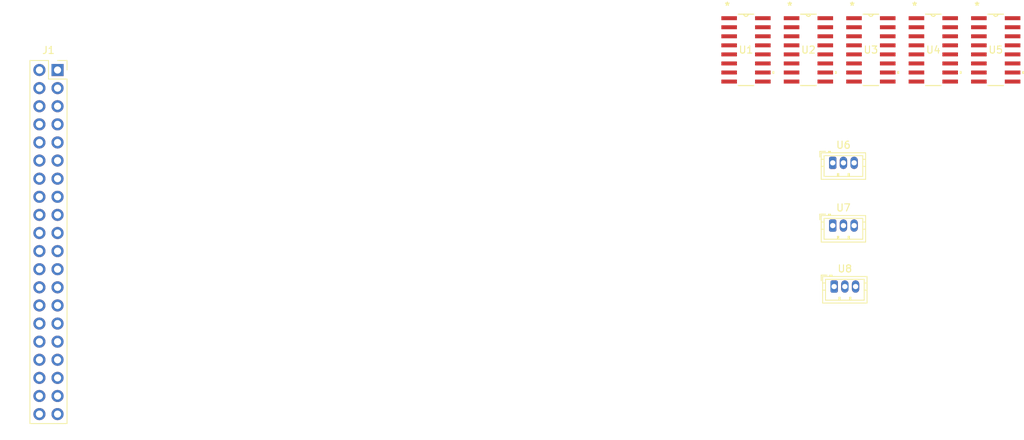
<source format=kicad_pcb>
(kicad_pcb (version 20240108) (generator "pcbnew") (generator_version "8.0")
  (layers (0 "F.Cu" signal) (31 "B.Cu" signal) (34 "B.Paste" user) (35 "F.Paste" user) (36 "B.SilkS" user "B.Silkscreen") (37 "F.SilkS" user "F.Silkscreen") (38 "B.Mask" user) (39 "F.Mask" user) (44 "Edge.Cuts" user))
  (net 0 "")
  (footprint "A3144HallEffect:1x03_P1.50mm_Vertical_A3144HallEffect" (layer "F.Cu") (at 141.2 73)
    (property "Reference" "U7" (at 1.5 -2.5 0) (layer "F.SilkS"))
    (property "Value" "A3144")
    (fp_line (start -1.81 -1.61) (end -1.81 -0.81) (stroke (width 0.12)) (layer "F.SilkS"))
    (fp_line (start -1.61 -1.41) (end -1.61 2.31) (stroke (width 0.12)) (layer "F.SilkS"))
    (fp_line (start -1.61 -0.5) (end -1.21 -0.5) (stroke (width 0.12)) (layer "F.SilkS"))
    (fp_line (start -1.61 0.5) (end -1.21 0.5) (stroke (width 0.12)) (layer "F.SilkS"))
    (fp_line (start -1.61 2.31) (end 4.61 2.31) (stroke (width 0.12)) (layer "F.SilkS"))
    (fp_line (start -1.21 -1.01) (end -1.21 1.91) (stroke (width 0.12)) (layer "F.SilkS"))
    (fp_line (start -1.21 1.91) (end 4.21 1.91) (stroke (width 0.12)) (layer "F.SilkS"))
    (fp_line (start -1.01 -1.61) (end -1.81 -1.61) (stroke (width 0.12)) (layer "F.SilkS"))
    (fp_line (start -0.6 -1.61) (end -0.6 -1.41) (stroke (width 0.12)) (layer "F.SilkS"))
    (fp_line (start -0.3 -1.61) (end -0.6 -1.61) (stroke (width 0.12)) (layer "F.SilkS"))
    (fp_line (start -0.3 -1.51) (end -0.6 -1.51) (stroke (width 0.12)) (layer "F.SilkS"))
    (fp_line (start -0.3 -1.41) (end -0.3 -1.61) (stroke (width 0.12)) (layer "F.SilkS"))
    (fp_line (start 0.65 1.51) (end 0.85 1.51) (stroke (width 0.12)) (layer "F.SilkS"))
    (fp_line (start 0.65 1.91) (end 0.65 1.51) (stroke (width 0.12)) (layer "F.SilkS"))
    (fp_line (start 0.75 1.91) (end 0.75 1.51) (stroke (width 0.12)) (layer "F.SilkS"))
    (fp_line (start 0.85 1.51) (end 0.85 1.91) (stroke (width 0.12)) (layer "F.SilkS"))
    (fp_line (start 2.15 1.51) (end 2.35 1.51) (stroke (width 0.12)) (layer "F.SilkS"))
    (fp_line (start 2.15 1.91) (end 2.15 1.51) (stroke (width 0.12)) (layer "F.SilkS"))
    (fp_line (start 2.25 1.91) (end 2.25 1.51) (stroke (width 0.12)) (layer "F.SilkS"))
    (fp_line (start 2.35 1.51) (end 2.35 1.91) (stroke (width 0.12)) (layer "F.SilkS"))
    (fp_line (start 4.21 -1.01) (end -1.21 -1.01) (stroke (width 0.12)) (layer "F.SilkS"))
    (fp_line (start 4.21 1.91) (end 4.21 -1.01) (stroke (width 0.12)) (layer "F.SilkS"))
    (fp_line (start 4.61 -1.41) (end -1.61 -1.41) (stroke (width 0.12)) (layer "F.SilkS"))
    (fp_line (start 4.61 -0.5) (end 4.21 -0.5) (stroke (width 0.12)) (layer "F.SilkS"))
    (fp_line (start 4.61 0.5) (end 4.21 0.5) (stroke (width 0.12)) (layer "F.SilkS"))
    (fp_line (start 4.61 2.31) (end 4.61 -1.41) (stroke (width 0.12)) (layer "F.SilkS"))
    (pad "1" thru_hole roundrect (at 0 0) (size 1.03 1.73) (drill 0.73) (layers "*.Cu" "*.Mask") (roundrect_rratio 0.242718))
    (pad "2" thru_hole oval (at 3 0) (size 1.03 1.73) (drill 0.73) (layers "*.Cu" "*.Mask"))
    (pad "3" thru_hole oval (at 1.5 0) (size 1.03 1.73) (drill 0.73) (layers "*.Cu" "*.Mask"))
  )
  (footprint "A3144HallEffect:1x03_P1.50mm_Vertical_A3144HallEffect" (layer "F.Cu") (at 141.4 81.55)
    (property "Reference" "U8" (at 1.5 -2.5 0) (layer "F.SilkS"))
    (property "Value" "A3144")
    (fp_line (start -1.81 -1.61) (end -1.81 -0.81) (stroke (width 0.12)) (layer "F.SilkS"))
    (fp_line (start -1.61 -1.41) (end -1.61 2.31) (stroke (width 0.12)) (layer "F.SilkS"))
    (fp_line (start -1.61 -0.5) (end -1.21 -0.5) (stroke (width 0.12)) (layer "F.SilkS"))
    (fp_line (start -1.61 0.5) (end -1.21 0.5) (stroke (width 0.12)) (layer "F.SilkS"))
    (fp_line (start -1.61 2.31) (end 4.61 2.31) (stroke (width 0.12)) (layer "F.SilkS"))
    (fp_line (start -1.21 -1.01) (end -1.21 1.91) (stroke (width 0.12)) (layer "F.SilkS"))
    (fp_line (start -1.21 1.91) (end 4.21 1.91) (stroke (width 0.12)) (layer "F.SilkS"))
    (fp_line (start -1.01 -1.61) (end -1.81 -1.61) (stroke (width 0.12)) (layer "F.SilkS"))
    (fp_line (start -0.6 -1.61) (end -0.6 -1.41) (stroke (width 0.12)) (layer "F.SilkS"))
    (fp_line (start -0.3 -1.61) (end -0.6 -1.61) (stroke (width 0.12)) (layer "F.SilkS"))
    (fp_line (start -0.3 -1.51) (end -0.6 -1.51) (stroke (width 0.12)) (layer "F.SilkS"))
    (fp_line (start -0.3 -1.41) (end -0.3 -1.61) (stroke (width 0.12)) (layer "F.SilkS"))
    (fp_line (start 0.65 1.51) (end 0.85 1.51) (stroke (width 0.12)) (layer "F.SilkS"))
    (fp_line (start 0.65 1.91) (end 0.65 1.51) (stroke (width 0.12)) (layer "F.SilkS"))
    (fp_line (start 0.75 1.91) (end 0.75 1.51) (stroke (width 0.12)) (layer "F.SilkS"))
    (fp_line (start 0.85 1.51) (end 0.85 1.91) (stroke (width 0.12)) (layer "F.SilkS"))
    (fp_line (start 2.15 1.51) (end 2.35 1.51) (stroke (width 0.12)) (layer "F.SilkS"))
    (fp_line (start 2.15 1.91) (end 2.15 1.51) (stroke (width 0.12)) (layer "F.SilkS"))
    (fp_line (start 2.25 1.91) (end 2.25 1.51) (stroke (width 0.12)) (layer "F.SilkS"))
    (fp_line (start 2.35 1.51) (end 2.35 1.91) (stroke (width 0.12)) (layer "F.SilkS"))
    (fp_line (start 4.21 -1.01) (end -1.21 -1.01) (stroke (width 0.12)) (layer "F.SilkS"))
    (fp_line (start 4.21 1.91) (end 4.21 -1.01) (stroke (width 0.12)) (layer "F.SilkS"))
    (fp_line (start 4.61 -1.41) (end -1.61 -1.41) (stroke (width 0.12)) (layer "F.SilkS"))
    (fp_line (start 4.61 -0.5) (end 4.21 -0.5) (stroke (width 0.12)) (layer "F.SilkS"))
    (fp_line (start 4.61 0.5) (end 4.21 0.5) (stroke (width 0.12)) (layer "F.SilkS"))
    (fp_line (start 4.61 2.31) (end 4.61 -1.41) (stroke (width 0.12)) (layer "F.SilkS"))
    (pad "1" thru_hole roundrect (at 0 0) (size 1.03 1.73) (drill 0.73) (layers "*.Cu" "*.Mask") (roundrect_rratio 0.242718))
    (pad "2" thru_hole oval (at 3 0) (size 1.03 1.73) (drill 0.73) (layers "*.Cu" "*.Mask"))
    (pad "3" thru_hole oval (at 1.5 0) (size 1.03 1.73) (drill 0.73) (layers "*.Cu" "*.Mask"))
  )
  (footprint "8to1_MUX:D16" (layer "F.Cu") (at 164.0378 48.355)
    (property "Reference" "U5" (at 0 0 0) (layer "F.SilkS"))
    (property "Value" "MUX1")
    (fp_line (start -1.089303 5.0038) (end 1.089303 5.0038) (stroke (width 0.1524)) (layer "F.SilkS"))
    (fp_line (start 1.089303 -5.0038) (end -1.089303 -5.0038) (stroke (width 0.1524)) (layer "F.SilkS"))
    (fp_arc (start 0.3048 -5.0038) (mid 0 -4.699) (end -0.3048 -5.0038) (stroke (width 0.1524)) (layer "F.SilkS"))
    (fp_poly (pts (xy 3.9624 2.9845) (xy 3.9624 3.3655) (xy 3.7084 3.3655) (xy 3.7084 2.9845)) (fill solid) (layer "F.SilkS"))
    (fp_text user "*" (at -2.6162 -6.1468 0) (layer "F.SilkS"))
    (fp_text user "*" (at -2.6162 -6.1468 0) (layer "F.SilkS"))
    (pad "1" smd rect (at -2.3622 -4.445) (size 2.1844 0.5588) (layers "F.Cu" "F.Paste" "F.Mask"))
    (pad "2" smd rect (at -2.3622 -3.175) (size 2.1844 0.5588) (layers "F.Cu" "F.Paste" "F.Mask"))
    (pad "3" smd rect (at -2.3622 -1.905) (size 2.1844 0.5588) (layers "F.Cu" "F.Paste" "F.Mask"))
    (pad "4" smd rect (at -2.3622 -0.635) (size 2.1844 0.5588) (layers "F.Cu" "F.Paste" "F.Mask"))
    (pad "5" smd rect (at -2.3622 0.635) (size 2.1844 0.5588) (layers "F.Cu" "F.Paste" "F.Mask"))
    (pad "6" smd rect (at -2.3622 1.905) (size 2.1844 0.5588) (layers "F.Cu" "F.Paste" "F.Mask"))
    (pad "7" smd rect (at -2.3622 3.175) (size 2.1844 0.5588) (layers "F.Cu" "F.Paste" "F.Mask"))
    (pad "8" smd rect (at -2.3622 4.445) (size 2.1844 0.5588) (layers "F.Cu" "F.Paste" "F.Mask"))
    (pad "9" smd rect (at 2.3622 4.445) (size 2.1844 0.5588) (layers "F.Cu" "F.Paste" "F.Mask"))
    (pad "10" smd rect (at 2.3622 3.175) (size 2.1844 0.5588) (layers "F.Cu" "F.Paste" "F.Mask"))
    (pad "11" smd rect (at 2.3622 1.905) (size 2.1844 0.5588) (layers "F.Cu" "F.Paste" "F.Mask"))
    (pad "12" smd rect (at 2.3622 0.635) (size 2.1844 0.5588) (layers "F.Cu" "F.Paste" "F.Mask"))
    (pad "13" smd rect (at 2.3622 -0.635) (size 2.1844 0.5588) (layers "F.Cu" "F.Paste" "F.Mask"))
    (pad "14" smd rect (at 2.3622 -1.905) (size 2.1844 0.5588) (layers "F.Cu" "F.Paste" "F.Mask"))
    (pad "15" smd rect (at 2.3622 -3.175) (size 2.1844 0.5588) (layers "F.Cu" "F.Paste" "F.Mask"))
    (pad "16" smd rect (at 2.3622 -4.445) (size 2.1844 0.5588) (layers "F.Cu" "F.Paste" "F.Mask"))
  )
  (footprint "Connector_PinSocket_2.54mm:PinSocket_2x20_P2.54mm_Vertical" (layer "F.Cu") (at 32.6 51.18)
    (property "Reference" "J1" (at -1.27 -2.77 0) (layer "F.SilkS"))
    (property "Value" "RPI_5_HeaderPins")
    (fp_line (start -3.87 -1.33) (end -3.87 49.59) (stroke (width 0.12)) (layer "F.SilkS"))
    (fp_line (start -3.87 -1.33) (end -1.27 -1.33) (stroke (width 0.12)) (layer "F.SilkS"))
    (fp_line (start -3.87 49.59) (end 1.33 49.59) (stroke (width 0.12)) (layer "F.SilkS"))
    (fp_line (start -1.27 -1.33) (end -1.27 1.27) (stroke (width 0.12)) (layer "F.SilkS"))
    (fp_line (start -1.27 1.27) (end 1.33 1.27) (stroke (width 0.12)) (layer "F.SilkS"))
    (fp_line (start 0 -1.33) (end 1.33 -1.33) (stroke (width 0.12)) (layer "F.SilkS"))
    (fp_line (start 1.33 -1.33) (end 1.33 0) (stroke (width 0.12)) (layer "F.SilkS"))
    (fp_line (start 1.33 1.27) (end 1.33 49.59) (stroke (width 0.12)) (layer "F.SilkS"))
    (pad "1" thru_hole rect (at 0 0) (size 1.7 1.7) (drill 1) (layers "*.Cu" "*.Mask"))
    (pad "2" thru_hole oval (at -2.54 0) (size 1.7 1.7) (drill 1) (layers "*.Cu" "*.Mask"))
    (pad "3" thru_hole oval (at 0 2.54) (size 1.7 1.7) (drill 1) (layers "*.Cu" "*.Mask"))
    (pad "4" thru_hole oval (at -2.54 2.54) (size 1.7 1.7) (drill 1) (layers "*.Cu" "*.Mask"))
    (pad "5" thru_hole oval (at 0 5.08) (size 1.7 1.7) (drill 1) (layers "*.Cu" "*.Mask"))
    (pad "6" thru_hole oval (at -2.54 5.08) (size 1.7 1.7) (drill 1) (layers "*.Cu" "*.Mask"))
    (pad "7" thru_hole oval (at 0 7.62) (size 1.7 1.7) (drill 1) (layers "*.Cu" "*.Mask"))
    (pad "8" thru_hole oval (at -2.54 7.62) (size 1.7 1.7) (drill 1) (layers "*.Cu" "*.Mask"))
    (pad "9" thru_hole oval (at 0 10.16) (size 1.7 1.7) (drill 1) (layers "*.Cu" "*.Mask"))
    (pad "10" thru_hole oval (at -2.54 10.16) (size 1.7 1.7) (drill 1) (layers "*.Cu" "*.Mask"))
    (pad "11" thru_hole oval (at 0 12.7) (size 1.7 1.7) (drill 1) (layers "*.Cu" "*.Mask"))
    (pad "12" thru_hole oval (at -2.54 12.7) (size 1.7 1.7) (drill 1) (layers "*.Cu" "*.Mask"))
    (pad "13" thru_hole oval (at 0 15.24) (size 1.7 1.7) (drill 1) (layers "*.Cu" "*.Mask"))
    (pad "14" thru_hole oval (at -2.54 15.24) (size 1.7 1.7) (drill 1) (layers "*.Cu" "*.Mask"))
    (pad "15" thru_hole oval (at 0 17.78) (size 1.7 1.7) (drill 1) (layers "*.Cu" "*.Mask"))
    (pad "16" thru_hole oval (at -2.54 17.78) (size 1.7 1.7) (drill 1) (layers "*.Cu" "*.Mask"))
    (pad "17" thru_hole oval (at 0 20.32) (size 1.7 1.7) (drill 1) (layers "*.Cu" "*.Mask"))
    (pad "18" thru_hole oval (at -2.54 20.32) (size 1.7 1.7) (drill 1) (layers "*.Cu" "*.Mask"))
    (pad "19" thru_hole oval (at 0 22.86) (size 1.7 1.7) (drill 1) (layers "*.Cu" "*.Mask"))
    (pad "20" thru_hole oval (at -2.54 22.86) (size 1.7 1.7) (drill 1) (layers "*.Cu" "*.Mask"))
    (pad "21" thru_hole oval (at 0 25.4) (size 1.7 1.7) (drill 1) (layers "*.Cu" "*.Mask"))
    (pad "22" thru_hole oval (at -2.54 25.4) (size 1.7 1.7) (drill 1) (layers "*.Cu" "*.Mask"))
    (pad "23" thru_hole oval (at 0 27.94) (size 1.7 1.7) (drill 1) (layers "*.Cu" "*.Mask"))
    (pad "24" thru_hole oval (at -2.54 27.94) (size 1.7 1.7) (drill 1) (layers "*.Cu" "*.Mask"))
    (pad "25" thru_hole oval (at 0 30.48) (size 1.7 1.7) (drill 1) (layers "*.Cu" "*.Mask"))
    (pad "26" thru_hole oval (at -2.54 30.48) (size 1.7 1.7) (drill 1) (layers "*.Cu" "*.Mask"))
    (pad "27" thru_hole oval (at 0 33.02) (size 1.7 1.7) (drill 1) (layers "*.Cu" "*.Mask"))
    (pad "28" thru_hole oval (at -2.54 33.02) (size 1.7 1.7) (drill 1) (layers "*.Cu" "*.Mask"))
    (pad "29" thru_hole oval (at 0 35.56) (size 1.7 1.7) (drill 1) (layers "*.Cu" "*.Mask"))
    (pad "30" thru_hole oval (at -2.54 35.56) (size 1.7 1.7) (drill 1) (layers "*.Cu" "*.Mask"))
    (pad "31" thru_hole oval (at 0 38.1) (size 1.7 1.7) (drill 1) (layers "*.Cu" "*.Mask"))
    (pad "32" thru_hole oval (at -2.54 38.1) (size 1.7 1.7) (drill 1) (layers "*.Cu" "*.Mask"))
    (pad "33" thru_hole oval (at 0 40.64) (size 1.7 1.7) (drill 1) (layers "*.Cu" "*.Mask"))
    (pad "34" thru_hole oval (at -2.54 40.64) (size 1.7 1.7) (drill 1) (layers "*.Cu" "*.Mask"))
    (pad "35" thru_hole oval (at 0 43.18) (size 1.7 1.7) (drill 1) (layers "*.Cu" "*.Mask"))
    (pad "36" thru_hole oval (at -2.54 43.18) (size 1.7 1.7) (drill 1) (layers "*.Cu" "*.Mask"))
    (pad "37" thru_hole oval (at 0 45.72) (size 1.7 1.7) (drill 1) (layers "*.Cu" "*.Mask"))
    (pad "38" thru_hole oval (at -2.54 45.72) (size 1.7 1.7) (drill 1) (layers "*.Cu" "*.Mask"))
    (pad "39" thru_hole oval (at 0 48.26) (size 1.7 1.7) (drill 1) (layers "*.Cu" "*.Mask"))
    (pad "40" thru_hole oval (at -2.54 48.26) (size 1.7 1.7) (drill 1) (layers "*.Cu" "*.Mask"))
  )
  (footprint "8to1_MUX:D16" (layer "F.Cu") (at 146.5438 48.355)
    (property "Reference" "U3" (at 0 0 0) (layer "F.SilkS"))
    (property "Value" "MUX1")
    (fp_line (start -1.089303 5.0038) (end 1.089303 5.0038) (stroke (width 0.1524)) (layer "F.SilkS"))
    (fp_line (start 1.089303 -5.0038) (end -1.089303 -5.0038) (stroke (width 0.1524)) (layer "F.SilkS"))
    (fp_arc (start 0.3048 -5.0038) (mid 0 -4.699) (end -0.3048 -5.0038) (stroke (width 0.1524)) (layer "F.SilkS"))
    (fp_poly (pts (xy 3.9624 2.9845) (xy 3.9624 3.3655) (xy 3.7084 3.3655) (xy 3.7084 2.9845)) (fill solid) (layer "F.SilkS"))
    (fp_text user "*" (at -2.6162 -6.1468 0) (layer "F.SilkS"))
    (fp_text user "*" (at -2.6162 -6.1468 0) (layer "F.SilkS"))
    (pad "1" smd rect (at -2.3622 -4.445) (size 2.1844 0.5588) (layers "F.Cu" "F.Paste" "F.Mask"))
    (pad "2" smd rect (at -2.3622 -3.175) (size 2.1844 0.5588) (layers "F.Cu" "F.Paste" "F.Mask"))
    (pad "3" smd rect (at -2.3622 -1.905) (size 2.1844 0.5588) (layers "F.Cu" "F.Paste" "F.Mask"))
    (pad "4" smd rect (at -2.3622 -0.635) (size 2.1844 0.5588) (layers "F.Cu" "F.Paste" "F.Mask"))
    (pad "5" smd rect (at -2.3622 0.635) (size 2.1844 0.5588) (layers "F.Cu" "F.Paste" "F.Mask"))
    (pad "6" smd rect (at -2.3622 1.905) (size 2.1844 0.5588) (layers "F.Cu" "F.Paste" "F.Mask"))
    (pad "7" smd rect (at -2.3622 3.175) (size 2.1844 0.5588) (layers "F.Cu" "F.Paste" "F.Mask"))
    (pad "8" smd rect (at -2.3622 4.445) (size 2.1844 0.5588) (layers "F.Cu" "F.Paste" "F.Mask"))
    (pad "9" smd rect (at 2.3622 4.445) (size 2.1844 0.5588) (layers "F.Cu" "F.Paste" "F.Mask"))
    (pad "10" smd rect (at 2.3622 3.175) (size 2.1844 0.5588) (layers "F.Cu" "F.Paste" "F.Mask"))
    (pad "11" smd rect (at 2.3622 1.905) (size 2.1844 0.5588) (layers "F.Cu" "F.Paste" "F.Mask"))
    (pad "12" smd rect (at 2.3622 0.635) (size 2.1844 0.5588) (layers "F.Cu" "F.Paste" "F.Mask"))
    (pad "13" smd rect (at 2.3622 -0.635) (size 2.1844 0.5588) (layers "F.Cu" "F.Paste" "F.Mask"))
    (pad "14" smd rect (at 2.3622 -1.905) (size 2.1844 0.5588) (layers "F.Cu" "F.Paste" "F.Mask"))
    (pad "15" smd rect (at 2.3622 -3.175) (size 2.1844 0.5588) (layers "F.Cu" "F.Paste" "F.Mask"))
    (pad "16" smd rect (at 2.3622 -4.445) (size 2.1844 0.5588) (layers "F.Cu" "F.Paste" "F.Mask"))
  )
  (footprint "A3144HallEffect:1x03_P1.50mm_Vertical_A3144HallEffect" (layer "F.Cu") (at 141.2 64.2)
    (property "Reference" "U6" (at 1.5 -2.5 0) (layer "F.SilkS"))
    (property "Value" "A3144")
    (fp_line (start -1.81 -1.61) (end -1.81 -0.81) (stroke (width 0.12)) (layer "F.SilkS"))
    (fp_line (start -1.61 -1.41) (end -1.61 2.31) (stroke (width 0.12)) (layer "F.SilkS"))
    (fp_line (start -1.61 -0.5) (end -1.21 -0.5) (stroke (width 0.12)) (layer "F.SilkS"))
    (fp_line (start -1.61 0.5) (end -1.21 0.5) (stroke (width 0.12)) (layer "F.SilkS"))
    (fp_line (start -1.61 2.31) (end 4.61 2.31) (stroke (width 0.12)) (layer "F.SilkS"))
    (fp_line (start -1.21 -1.01) (end -1.21 1.91) (stroke (width 0.12)) (layer "F.SilkS"))
    (fp_line (start -1.21 1.91) (end 4.21 1.91) (stroke (width 0.12)) (layer "F.SilkS"))
    (fp_line (start -1.01 -1.61) (end -1.81 -1.61) (stroke (width 0.12)) (layer "F.SilkS"))
    (fp_line (start -0.6 -1.61) (end -0.6 -1.41) (stroke (width 0.12)) (layer "F.SilkS"))
    (fp_line (start -0.3 -1.61) (end -0.6 -1.61) (stroke (width 0.12)) (layer "F.SilkS"))
    (fp_line (start -0.3 -1.51) (end -0.6 -1.51) (stroke (width 0.12)) (layer "F.SilkS"))
    (fp_line (start -0.3 -1.41) (end -0.3 -1.61) (stroke (width 0.12)) (layer "F.SilkS"))
    (fp_line (start 0.65 1.51) (end 0.85 1.51) (stroke (width 0.12)) (layer "F.SilkS"))
    (fp_line (start 0.65 1.91) (end 0.65 1.51) (stroke (width 0.12)) (layer "F.SilkS"))
    (fp_line (start 0.75 1.91) (end 0.75 1.51) (stroke (width 0.12)) (layer "F.SilkS"))
    (fp_line (start 0.85 1.51) (end 0.85 1.91) (stroke (width 0.12)) (layer "F.SilkS"))
    (fp_line (start 2.15 1.51) (end 2.35 1.51) (stroke (width 0.12)) (layer "F.SilkS"))
    (fp_line (start 2.15 1.91) (end 2.15 1.51) (stroke (width 0.12)) (layer "F.SilkS"))
    (fp_line (start 2.25 1.91) (end 2.25 1.51) (stroke (width 0.12)) (layer "F.SilkS"))
    (fp_line (start 2.35 1.51) (end 2.35 1.91) (stroke (width 0.12)) (layer "F.SilkS"))
    (fp_line (start 4.21 -1.01) (end -1.21 -1.01) (stroke (width 0.12)) (layer "F.SilkS"))
    (fp_line (start 4.21 1.91) (end 4.21 -1.01) (stroke (width 0.12)) (layer "F.SilkS"))
    (fp_line (start 4.61 -1.41) (end -1.61 -1.41) (stroke (width 0.12)) (layer "F.SilkS"))
    (fp_line (start 4.61 -0.5) (end 4.21 -0.5) (stroke (width 0.12)) (layer "F.SilkS"))
    (fp_line (start 4.61 0.5) (end 4.21 0.5) (stroke (width 0.12)) (layer "F.SilkS"))
    (fp_line (start 4.61 2.31) (end 4.61 -1.41) (stroke (width 0.12)) (layer "F.SilkS"))
    (pad "1" thru_hole roundrect (at 0 0) (size 1.03 1.73) (drill 0.73) (layers "*.Cu" "*.Mask") (roundrect_rratio 0.242718))
    (pad "2" thru_hole oval (at 3 0) (size 1.03 1.73) (drill 0.73) (layers "*.Cu" "*.Mask"))
    (pad "3" thru_hole oval (at 1.5 0) (size 1.03 1.73) (drill 0.73) (layers "*.Cu" "*.Mask"))
  )
  (footprint "8to1_MUX:D16" (layer "F.Cu") (at 155.2908 48.355)
    (property "Reference" "U4" (at 0 0 0) (layer "F.SilkS"))
    (property "Value" "MUX1")
    (fp_line (start -1.089303 5.0038) (end 1.089303 5.0038) (stroke (width 0.1524)) (layer "F.SilkS"))
    (fp_line (start 1.089303 -5.0038) (end -1.089303 -5.0038) (stroke (width 0.1524)) (layer "F.SilkS"))
    (fp_arc (start 0.3048 -5.0038) (mid 0 -4.699) (end -0.3048 -5.0038) (stroke (width 0.1524)) (layer "F.SilkS"))
    (fp_poly (pts (xy 3.9624 2.9845) (xy 3.9624 3.3655) (xy 3.7084 3.3655) (xy 3.7084 2.9845)) (fill solid) (layer "F.SilkS"))
    (fp_text user "*" (at -2.6162 -6.1468 0) (layer "F.SilkS"))
    (fp_text user "*" (at -2.6162 -6.1468 0) (layer "F.SilkS"))
    (pad "1" smd rect (at -2.3622 -4.445) (size 2.1844 0.5588) (layers "F.Cu" "F.Paste" "F.Mask"))
    (pad "2" smd rect (at -2.3622 -3.175) (size 2.1844 0.5588) (layers "F.Cu" "F.Paste" "F.Mask"))
    (pad "3" smd rect (at -2.3622 -1.905) (size 2.1844 0.5588) (layers "F.Cu" "F.Paste" "F.Mask"))
    (pad "4" smd rect (at -2.3622 -0.635) (size 2.1844 0.5588) (layers "F.Cu" "F.Paste" "F.Mask"))
    (pad "5" smd rect (at -2.3622 0.635) (size 2.1844 0.5588) (layers "F.Cu" "F.Paste" "F.Mask"))
    (pad "6" smd rect (at -2.3622 1.905) (size 2.1844 0.5588) (layers "F.Cu" "F.Paste" "F.Mask"))
    (pad "7" smd rect (at -2.3622 3.175) (size 2.1844 0.5588) (layers "F.Cu" "F.Paste" "F.Mask"))
    (pad "8" smd rect (at -2.3622 4.445) (size 2.1844 0.5588) (layers "F.Cu" "F.Paste" "F.Mask"))
    (pad "9" smd rect (at 2.3622 4.445) (size 2.1844 0.5588) (layers "F.Cu" "F.Paste" "F.Mask"))
    (pad "10" smd rect (at 2.3622 3.175) (size 2.1844 0.5588) (layers "F.Cu" "F.Paste" "F.Mask"))
    (pad "11" smd rect (at 2.3622 1.905) (size 2.1844 0.5588) (layers "F.Cu" "F.Paste" "F.Mask"))
    (pad "12" smd rect (at 2.3622 0.635) (size 2.1844 0.5588) (layers "F.Cu" "F.Paste" "F.Mask"))
    (pad "13" smd rect (at 2.3622 -0.635) (size 2.1844 0.5588) (layers "F.Cu" "F.Paste" "F.Mask"))
    (pad "14" smd rect (at 2.3622 -1.905) (size 2.1844 0.5588) (layers "F.Cu" "F.Paste" "F.Mask"))
    (pad "15" smd rect (at 2.3622 -3.175) (size 2.1844 0.5588) (layers "F.Cu" "F.Paste" "F.Mask"))
    (pad "16" smd rect (at 2.3622 -4.445) (size 2.1844 0.5588) (layers "F.Cu" "F.Paste" "F.Mask"))
  )
  (footprint "8to1_MUX:D16" (layer "F.Cu") (at 137.7968 48.355)
    (property "Reference" "U2" (at 0 0 0) (layer "F.SilkS"))
    (property "Value" "MUX1")
    (fp_line (start -1.089303 5.0038) (end 1.089303 5.0038) (stroke (width 0.1524)) (layer "F.SilkS"))
    (fp_line (start 1.089303 -5.0038) (end -1.089303 -5.0038) (stroke (width 0.1524)) (layer "F.SilkS"))
    (fp_arc (start 0.3048 -5.0038) (mid 0 -4.699) (end -0.3048 -5.0038) (stroke (width 0.1524)) (layer "F.SilkS"))
    (fp_poly (pts (xy 3.9624 2.9845) (xy 3.9624 3.3655) (xy 3.7084 3.3655) (xy 3.7084 2.9845)) (fill solid) (layer "F.SilkS"))
    (fp_text user "*" (at -2.6162 -6.1468 0) (layer "F.SilkS"))
    (fp_text user "*" (at -2.6162 -6.1468 0) (layer "F.SilkS"))
    (pad "1" smd rect (at -2.3622 -4.445) (size 2.1844 0.5588) (layers "F.Cu" "F.Paste" "F.Mask"))
    (pad "2" smd rect (at -2.3622 -3.175) (size 2.1844 0.5588) (layers "F.Cu" "F.Paste" "F.Mask"))
    (pad "3" smd rect (at -2.3622 -1.905) (size 2.1844 0.5588) (layers "F.Cu" "F.Paste" "F.Mask"))
    (pad "4" smd rect (at -2.3622 -0.635) (size 2.1844 0.5588) (layers "F.Cu" "F.Paste" "F.Mask"))
    (pad "5" smd rect (at -2.3622 0.635) (size 2.1844 0.5588) (layers "F.Cu" "F.Paste" "F.Mask"))
    (pad "6" smd rect (at -2.3622 1.905) (size 2.1844 0.5588) (layers "F.Cu" "F.Paste" "F.Mask"))
    (pad "7" smd rect (at -2.3622 3.175) (size 2.1844 0.5588) (layers "F.Cu" "F.Paste" "F.Mask"))
    (pad "8" smd rect (at -2.3622 4.445) (size 2.1844 0.5588) (layers "F.Cu" "F.Paste" "F.Mask"))
    (pad "9" smd rect (at 2.3622 4.445) (size 2.1844 0.5588) (layers "F.Cu" "F.Paste" "F.Mask"))
    (pad "10" smd rect (at 2.3622 3.175) (size 2.1844 0.5588) (layers "F.Cu" "F.Paste" "F.Mask"))
    (pad "11" smd rect (at 2.3622 1.905) (size 2.1844 0.5588) (layers "F.Cu" "F.Paste" "F.Mask"))
    (pad "12" smd rect (at 2.3622 0.635) (size 2.1844 0.5588) (layers "F.Cu" "F.Paste" "F.Mask"))
    (pad "13" smd rect (at 2.3622 -0.635) (size 2.1844 0.5588) (layers "F.Cu" "F.Paste" "F.Mask"))
    (pad "14" smd rect (at 2.3622 -1.905) (size 2.1844 0.5588) (layers "F.Cu" "F.Paste" "F.Mask"))
    (pad "15" smd rect (at 2.3622 -3.175) (size 2.1844 0.5588) (layers "F.Cu" "F.Paste" "F.Mask"))
    (pad "16" smd rect (at 2.3622 -4.445) (size 2.1844 0.5588) (layers "F.Cu" "F.Paste" "F.Mask"))
  )
  (footprint "8to1_MUX:D16" (layer "F.Cu") (at 129.0498 48.355)
    (property "Reference" "U1" (at 0 0 0) (layer "F.SilkS"))
    (property "Value" "MUX1")
    (fp_line (start -1.089303 5.0038) (end 1.089303 5.0038) (stroke (width 0.1524)) (layer "F.SilkS"))
    (fp_line (start 1.089303 -5.0038) (end -1.089303 -5.0038) (stroke (width 0.1524)) (layer "F.SilkS"))
    (fp_arc (start 0.3048 -5.0038) (mid 0 -4.699) (end -0.3048 -5.0038) (stroke (width 0.1524)) (layer "F.SilkS"))
    (fp_poly (pts (xy 3.9624 2.9845) (xy 3.9624 3.3655) (xy 3.7084 3.3655) (xy 3.7084 2.9845)) (fill solid) (layer "F.SilkS"))
    (fp_text user "*" (at -2.6162 -6.1468 0) (layer "F.SilkS"))
    (fp_text user "*" (at -2.6162 -6.1468 0) (layer "F.SilkS"))
    (pad "1" smd rect (at -2.3622 -4.445) (size 2.1844 0.5588) (layers "F.Cu" "F.Paste" "F.Mask"))
    (pad "2" smd rect (at -2.3622 -3.175) (size 2.1844 0.5588) (layers "F.Cu" "F.Paste" "F.Mask"))
    (pad "3" smd rect (at -2.3622 -1.905) (size 2.1844 0.5588) (layers "F.Cu" "F.Paste" "F.Mask"))
    (pad "4" smd rect (at -2.3622 -0.635) (size 2.1844 0.5588) (layers "F.Cu" "F.Paste" "F.Mask"))
    (pad "5" smd rect (at -2.3622 0.635) (size 2.1844 0.5588) (layers "F.Cu" "F.Paste" "F.Mask"))
    (pad "6" smd rect (at -2.3622 1.905) (size 2.1844 0.5588) (layers "F.Cu" "F.Paste" "F.Mask"))
    (pad "7" smd rect (at -2.3622 3.175) (size 2.1844 0.5588) (layers "F.Cu" "F.Paste" "F.Mask"))
    (pad "8" smd rect (at -2.3622 4.445) (size 2.1844 0.5588) (layers "F.Cu" "F.Paste" "F.Mask"))
    (pad "9" smd rect (at 2.3622 4.445) (size 2.1844 0.5588) (layers "F.Cu" "F.Paste" "F.Mask"))
    (pad "10" smd rect (at 2.3622 3.175) (size 2.1844 0.5588) (layers "F.Cu" "F.Paste" "F.Mask"))
    (pad "11" smd rect (at 2.3622 1.905) (size 2.1844 0.5588) (layers "F.Cu" "F.Paste" "F.Mask"))
    (pad "12" smd rect (at 2.3622 0.635) (size 2.1844 0.5588) (layers "F.Cu" "F.Paste" "F.Mask"))
    (pad "13" smd rect (at 2.3622 -0.635) (size 2.1844 0.5588) (layers "F.Cu" "F.Paste" "F.Mask"))
    (pad "14" smd rect (at 2.3622 -1.905) (size 2.1844 0.5588) (layers "F.Cu" "F.Paste" "F.Mask"))
    (pad "15" smd rect (at 2.3622 -3.175) (size 2.1844 0.5588) (layers "F.Cu" "F.Paste" "F.Mask"))
    (pad "16" smd rect (at 2.3622 -4.445) (size 2.1844 0.5588) (layers "F.Cu" "F.Paste" "F.Mask"))
  )
)
</source>
